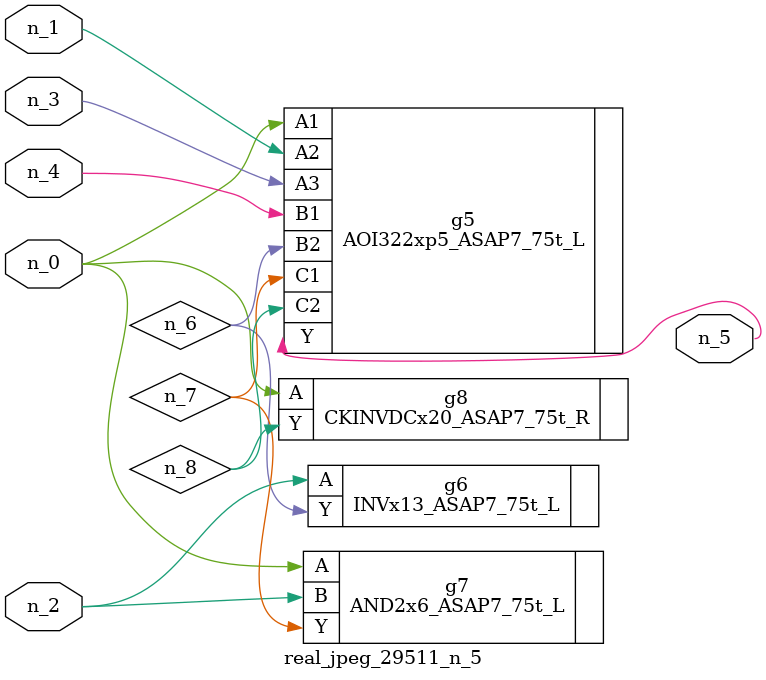
<source format=v>
module real_jpeg_29511_n_5 (n_4, n_0, n_1, n_2, n_3, n_5);

input n_4;
input n_0;
input n_1;
input n_2;
input n_3;

output n_5;

wire n_8;
wire n_6;
wire n_7;

AOI322xp5_ASAP7_75t_L g5 ( 
.A1(n_0),
.A2(n_1),
.A3(n_3),
.B1(n_4),
.B2(n_6),
.C1(n_7),
.C2(n_8),
.Y(n_5)
);

AND2x6_ASAP7_75t_L g7 ( 
.A(n_0),
.B(n_2),
.Y(n_7)
);

CKINVDCx20_ASAP7_75t_R g8 ( 
.A(n_0),
.Y(n_8)
);

INVx13_ASAP7_75t_L g6 ( 
.A(n_2),
.Y(n_6)
);


endmodule
</source>
